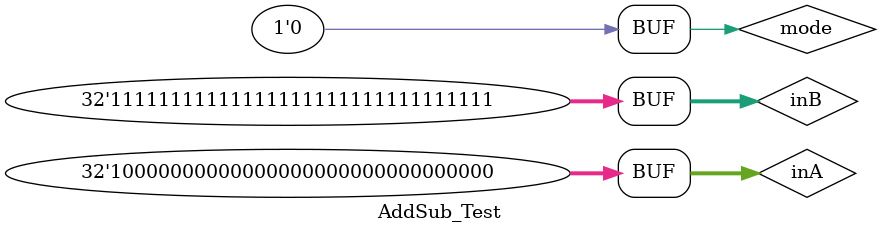
<source format=v>
`timescale 1ns / 1ps

module AddSub_Test;

	reg[31:0] inA;
	reg[31:0] inB;
	reg mode;

	wire[31:0] out;
	wire carry;
	wire overFlow;

	AddSub32_2_1 addsub(
		.inA(inA),
		.inB(inB),
		.cin(mode),
		.mode(mode),

		.out(out),
		.carry(carry),
		.overFlow(overFlow)
	);

	initial
	begin
		// unsigned
		// UINT32_MAX + 1
				inA = 32'hffff_ffff;
				inB = 32'h1;
				mode = 0;
		// 1 + 1
		#200	inA = 32'h1;
				inB = 32'h1;

		// UINT32_MAX + UINT32_MAX
		#200	inA = 32'hffff_ffff;
				inB = 32'hffff_ffff;

		// UINT32_MIN + UINT32_MIN
		#200	inA = 32'h0;
				inB = 32'h0;

		// INT32_MAX + 1
		#200	inA = 32'h7fff_ffff;
				inB = 32'h1;

		// signed
		// INT32_MAX + INT32_MAX
		#200	inA = 32'h7fff_ffff;
				inB = 32'h7fff_ffff;

		// INT32_MIN + INT32_MIN
		#200	inA = 32'h8000_0000;
				inB = 32'h8000_0000;

		// INT32_MIN + -1
		#200	inA = 32'h8000_0000;
				inB = 32'hffff_ffff;

	end

endmodule

</source>
